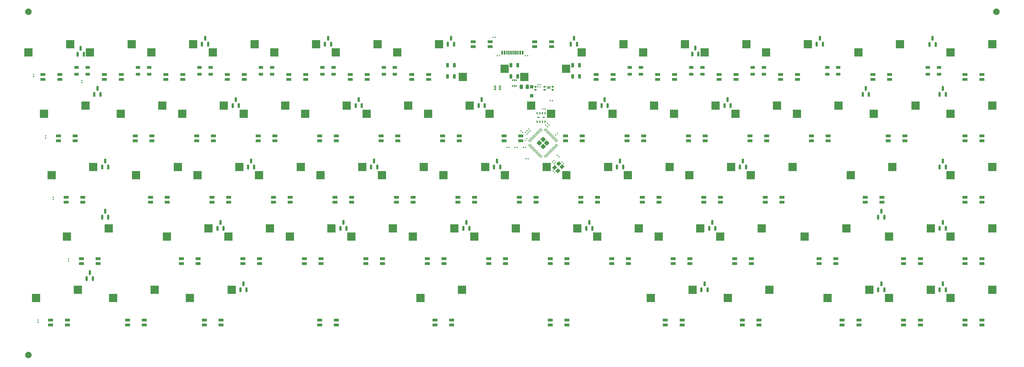
<source format=gbp>
G04 #@! TF.GenerationSoftware,KiCad,Pcbnew,(7.0.0)*
G04 #@! TF.CreationDate,2023-05-11T10:29:33-07:00*
G04 #@! TF.ProjectId,pcb-rails,7063622d-7261-4696-9c73-2e6b69636164,1.0*
G04 #@! TF.SameCoordinates,Original*
G04 #@! TF.FileFunction,Paste,Bot*
G04 #@! TF.FilePolarity,Positive*
%FSLAX46Y46*%
G04 Gerber Fmt 4.6, Leading zero omitted, Abs format (unit mm)*
G04 Created by KiCad (PCBNEW (7.0.0)) date 2023-05-11 10:29:33*
%MOMM*%
%LPD*%
G01*
G04 APERTURE LIST*
G04 Aperture macros list*
%AMRoundRect*
0 Rectangle with rounded corners*
0 $1 Rounding radius*
0 $2 $3 $4 $5 $6 $7 $8 $9 X,Y pos of 4 corners*
0 Add a 4 corners polygon primitive as box body*
4,1,4,$2,$3,$4,$5,$6,$7,$8,$9,$2,$3,0*
0 Add four circle primitives for the rounded corners*
1,1,$1+$1,$2,$3*
1,1,$1+$1,$4,$5*
1,1,$1+$1,$6,$7*
1,1,$1+$1,$8,$9*
0 Add four rect primitives between the rounded corners*
20,1,$1+$1,$2,$3,$4,$5,0*
20,1,$1+$1,$4,$5,$6,$7,0*
20,1,$1+$1,$6,$7,$8,$9,0*
20,1,$1+$1,$8,$9,$2,$3,0*%
%AMRotRect*
0 Rectangle, with rotation*
0 The origin of the aperture is its center*
0 $1 length*
0 $2 width*
0 $3 Rotation angle, in degrees counterclockwise*
0 Add horizontal line*
21,1,$1,$2,0,0,$3*%
G04 Aperture macros list end*
%ADD10C,0.010000*%
%ADD11RoundRect,0.082000X-0.718000X0.328000X-0.718000X-0.328000X0.718000X-0.328000X0.718000X0.328000X0*%
%ADD12R,2.550000X2.500000*%
%ADD13C,2.000000*%
%ADD14RoundRect,0.082000X0.718000X-0.328000X0.718000X0.328000X-0.718000X0.328000X-0.718000X-0.328000X0*%
%ADD15RoundRect,0.079500X0.079500X0.100500X-0.079500X0.100500X-0.079500X-0.100500X0.079500X-0.100500X0*%
%ADD16RoundRect,0.150000X0.150000X-0.587500X0.150000X0.587500X-0.150000X0.587500X-0.150000X-0.587500X0*%
%ADD17RoundRect,0.090000X0.560000X-0.360000X0.560000X0.360000X-0.560000X0.360000X-0.560000X-0.360000X0*%
%ADD18RotRect,1.150000X1.000000X45.000000*%
%ADD19RoundRect,0.079500X0.014849X-0.127279X0.127279X-0.014849X-0.014849X0.127279X-0.127279X0.014849X0*%
%ADD20RoundRect,0.079500X-0.100500X0.079500X-0.100500X-0.079500X0.100500X-0.079500X0.100500X0.079500X0*%
%ADD21R,0.375000X0.500000*%
%ADD22R,0.300000X0.650000*%
%ADD23RoundRect,0.079500X-0.127279X-0.014849X-0.014849X-0.127279X0.127279X0.014849X0.014849X0.127279X0*%
%ADD24RoundRect,0.079500X0.100500X-0.079500X0.100500X0.079500X-0.100500X0.079500X-0.100500X-0.079500X0*%
%ADD25R,0.400000X0.800000*%
%ADD26R,0.800000X0.350000*%
%ADD27R,0.600000X1.150000*%
%ADD28R,0.300000X1.150000*%
%ADD29RoundRect,0.079500X0.127279X0.014849X0.014849X0.127279X-0.127279X-0.014849X-0.014849X-0.127279X0*%
%ADD30RoundRect,0.249999X0.000000X0.558616X-0.558616X0.000000X0.000000X-0.558616X0.558616X0.000000X0*%
%ADD31RoundRect,0.050000X0.238649X0.309359X-0.309359X-0.238649X-0.238649X-0.309359X0.309359X0.238649X0*%
%ADD32RoundRect,0.050000X-0.238649X0.309359X-0.309359X0.238649X0.238649X-0.309359X0.309359X-0.238649X0*%
%ADD33RoundRect,0.079500X-0.079500X-0.100500X0.079500X-0.100500X0.079500X0.100500X-0.079500X0.100500X0*%
%ADD34RoundRect,0.090000X0.360000X0.560000X-0.360000X0.560000X-0.360000X-0.560000X0.360000X-0.560000X0*%
%ADD35RoundRect,0.140000X-0.170000X0.140000X-0.170000X-0.140000X0.170000X-0.140000X0.170000X0.140000X0*%
%ADD36RoundRect,0.079500X-0.014849X0.127279X-0.127279X0.014849X0.014849X-0.127279X0.127279X-0.014849X0*%
%ADD37R,0.700000X0.340000*%
%ADD38RoundRect,0.090000X-0.360000X-0.560000X0.360000X-0.560000X0.360000X0.560000X-0.360000X0.560000X0*%
%ADD39RoundRect,0.250000X0.300000X-0.300000X0.300000X0.300000X-0.300000X0.300000X-0.300000X-0.300000X0*%
%ADD40RoundRect,0.243750X-0.243750X-0.456250X0.243750X-0.456250X0.243750X0.456250X-0.243750X0.456250X0*%
G04 APERTURE END LIST*
G04 #@! TO.C,U8*
G36*
X164108663Y85461663D02*
G01*
X163767000Y85120001D01*
X163425337Y85461663D01*
X163767000Y85803326D01*
X164108663Y85461663D01*
G37*
D10*
X164108663Y85461663D02*
X163767000Y85120001D01*
X163425337Y85461663D01*
X163767000Y85803326D01*
X164108663Y85461663D01*
G36*
X164377000Y85030000D02*
G01*
X163952000Y85030000D01*
X163952000Y85060000D01*
X164197000Y85310000D01*
X164377000Y85310000D01*
X164377000Y85030000D01*
G37*
G36*
X164377000Y85610000D02*
G01*
X164197000Y85610000D01*
X163952000Y85860000D01*
X163952000Y85890000D01*
X164377000Y85890000D01*
X164377000Y85610000D01*
G37*
G36*
X163582000Y85060000D02*
G01*
X163582000Y85030000D01*
X163157000Y85030000D01*
X163157000Y85310000D01*
X163337000Y85310000D01*
X163582000Y85060000D01*
G37*
G36*
X163582000Y85860000D02*
G01*
X163337000Y85610000D01*
X163157000Y85610000D01*
X163157000Y85890000D01*
X163582000Y85890000D01*
X163582000Y85860000D01*
G37*
G04 #@! TD*
D11*
G04 #@! TO.C,D16*
X26099500Y89520001D03*
X26099500Y88020001D03*
X31299500Y88020001D03*
X31299500Y89520001D03*
G04 #@! TD*
D12*
G04 #@! TO.C,MX18*
X50189499Y77339999D03*
X63116499Y79879999D03*
G04 #@! TD*
G04 #@! TO.C,MX6*
X97814499Y96389999D03*
X110741499Y98929999D03*
G04 #@! TD*
G04 #@! TO.C,MX67*
X288314499Y20189999D03*
X301241499Y22729999D03*
G04 #@! TD*
D11*
G04 #@! TO.C,D65*
X145162000Y32370001D03*
X145162000Y30870001D03*
X150362000Y30870001D03*
X150362000Y32370001D03*
G04 #@! TD*
G04 #@! TO.C,D81*
X254699500Y13320001D03*
X254699500Y11820001D03*
X259899500Y11820001D03*
X259899500Y13320001D03*
G04 #@! TD*
G04 #@! TO.C,D72*
X292799500Y32370001D03*
X292799500Y30870001D03*
X297999500Y30870001D03*
X297999500Y32370001D03*
G04 #@! TD*
D12*
G04 #@! TO.C,MX59*
X4945749Y20189999D03*
X17872749Y22729999D03*
G04 #@! TD*
G04 #@! TO.C,MX36*
X112101999Y58289999D03*
X125028999Y60829999D03*
G04 #@! TD*
G04 #@! TO.C,MX2*
X21614499Y96389999D03*
X34541499Y98929999D03*
G04 #@! TD*
D11*
G04 #@! TO.C,D25*
X197549500Y89520001D03*
X197549500Y88020001D03*
X202749500Y88020001D03*
X202749500Y89520001D03*
G04 #@! TD*
G04 #@! TO.C,D17*
X45149500Y89520001D03*
X45149500Y88020001D03*
X50349500Y88020001D03*
X50349500Y89520001D03*
G04 #@! TD*
G04 #@! TO.C,D78*
X164212000Y13320001D03*
X164212000Y11820001D03*
X169412000Y11820001D03*
X169412000Y13320001D03*
G04 #@! TD*
G04 #@! TO.C,D71*
X273749500Y32370001D03*
X273749500Y30870001D03*
X278949500Y30870001D03*
X278949500Y32370001D03*
G04 #@! TD*
D12*
G04 #@! TO.C,MX60*
X28758249Y20189999D03*
X41685249Y22729999D03*
G04 #@! TD*
G04 #@! TO.C,MX58*
X288314499Y39239999D03*
X301241499Y41779999D03*
G04 #@! TD*
D11*
G04 #@! TO.C,D29*
X292799500Y89520001D03*
X292799500Y88020001D03*
X297999500Y88020001D03*
X297999500Y89520001D03*
G04 #@! TD*
G04 #@! TO.C,D48*
X78487000Y51420001D03*
X78487000Y49920001D03*
X83687000Y49920001D03*
X83687000Y51420001D03*
G04 #@! TD*
D12*
G04 #@! TO.C,MX20*
X88289499Y77339999D03*
X101216499Y79879999D03*
G04 #@! TD*
G04 #@! TO.C,MX40*
X188301999Y58289999D03*
X201228999Y60829999D03*
G04 #@! TD*
D11*
G04 #@! TO.C,D73*
X9430750Y13320001D03*
X9430750Y11820001D03*
X14630750Y11820001D03*
X14630750Y13320001D03*
G04 #@! TD*
G04 #@! TO.C,D67*
X183262000Y32370001D03*
X183262000Y30870001D03*
X188462000Y30870001D03*
X188462000Y32370001D03*
G04 #@! TD*
D12*
G04 #@! TO.C,MX28*
X240689499Y77339999D03*
X253616499Y79879999D03*
G04 #@! TD*
D11*
G04 #@! TO.C,D37*
X149924500Y70470001D03*
X149924500Y68970001D03*
X155124500Y68970001D03*
X155124500Y70470001D03*
G04 #@! TD*
D12*
G04 #@! TO.C,MX52*
X159726999Y39239999D03*
X172653999Y41779999D03*
G04 #@! TD*
D11*
G04 #@! TO.C,D28*
X264224500Y89520001D03*
X264224500Y88020001D03*
X269424500Y88020001D03*
X269424500Y89520001D03*
G04 #@! TD*
D12*
G04 #@! TO.C,MX8*
X150084499Y91309999D03*
X137157499Y88769999D03*
G04 #@! TD*
G04 #@! TO.C,MX12*
X212114499Y96389999D03*
X225041499Y98929999D03*
G04 #@! TD*
G04 #@! TO.C,MX46*
X45426999Y39239999D03*
X58353999Y41779999D03*
G04 #@! TD*
G04 #@! TO.C,MX38*
X150201999Y58289999D03*
X163128999Y60829999D03*
G04 #@! TD*
D13*
G04 #@! TO.C,REF\u002A\u002A*
X2500000Y2500000D03*
G04 #@! TD*
D11*
G04 #@! TO.C,D51*
X135637000Y51420001D03*
X135637000Y49920001D03*
X140837000Y49920001D03*
X140837000Y51420001D03*
G04 #@! TD*
G04 #@! TO.C,D38*
X168974500Y70470001D03*
X168974500Y68970001D03*
X174174500Y68970001D03*
X174174500Y70470001D03*
G04 #@! TD*
D12*
G04 #@! TO.C,MX29*
X264501999Y77339999D03*
X277428999Y79879999D03*
G04 #@! TD*
D11*
G04 #@! TO.C,D55*
X211837000Y51420001D03*
X211837000Y49920001D03*
X217037000Y49920001D03*
X217037000Y51420001D03*
G04 #@! TD*
G04 #@! TO.C,D76*
X92774500Y13320001D03*
X92774500Y11820001D03*
X97974500Y11820001D03*
X97974500Y13320001D03*
G04 #@! TD*
D12*
G04 #@! TO.C,MX33*
X54951999Y58289999D03*
X67878999Y60829999D03*
G04 #@! TD*
D11*
G04 #@! TO.C,D15*
X7049500Y89520001D03*
X7049500Y88020001D03*
X12249500Y88020001D03*
X12249500Y89520001D03*
G04 #@! TD*
D12*
G04 #@! TO.C,MX43*
X257358249Y58289999D03*
X270285249Y60829999D03*
G04 #@! TD*
D11*
G04 #@! TO.C,D74*
X33243250Y13320001D03*
X33243250Y11820001D03*
X38443250Y11820001D03*
X38443250Y13320001D03*
G04 #@! TD*
G04 #@! TO.C,D27*
X235649500Y89520001D03*
X235649500Y88020001D03*
X240849500Y88020001D03*
X240849500Y89520001D03*
G04 #@! TD*
D12*
G04 #@! TO.C,MX34*
X74001999Y58289999D03*
X86928999Y60829999D03*
G04 #@! TD*
G04 #@! TO.C,MX9*
X169134499Y91309999D03*
X156207499Y88769999D03*
G04 #@! TD*
D11*
G04 #@! TO.C,D58*
X292799500Y51420001D03*
X292799500Y49920001D03*
X297999500Y49920001D03*
X297999500Y51420001D03*
G04 #@! TD*
D12*
G04 #@! TO.C,MX64*
X219258249Y20189999D03*
X232185249Y22729999D03*
G04 #@! TD*
G04 #@! TO.C,MX62*
X124008249Y20189999D03*
X136935249Y22729999D03*
G04 #@! TD*
G04 #@! TO.C,MX1*
X2564499Y96389999D03*
X15491499Y98929999D03*
G04 #@! TD*
D11*
G04 #@! TO.C,D54*
X192787000Y51420001D03*
X192787000Y49920001D03*
X197987000Y49920001D03*
X197987000Y51420001D03*
G04 #@! TD*
D14*
G04 #@! TO.C,D22*
X145599500Y98179999D03*
X145599500Y99679999D03*
X140399500Y99679999D03*
X140399500Y98179999D03*
G04 #@! TD*
D12*
G04 #@! TO.C,MX54*
X197826999Y39239999D03*
X210753999Y41779999D03*
G04 #@! TD*
G04 #@! TO.C,MX48*
X83526999Y39239999D03*
X96453999Y41779999D03*
G04 #@! TD*
D11*
G04 #@! TO.C,D52*
X154687000Y51420001D03*
X154687000Y49920001D03*
X159887000Y49920001D03*
X159887000Y51420001D03*
G04 #@! TD*
D12*
G04 #@! TO.C,MX35*
X93051999Y58289999D03*
X105978999Y60829999D03*
G04 #@! TD*
D11*
G04 #@! TO.C,D40*
X207074500Y70470001D03*
X207074500Y68970001D03*
X212274500Y68970001D03*
X212274500Y70470001D03*
G04 #@! TD*
G04 #@! TO.C,D49*
X97537000Y51420001D03*
X97537000Y49920001D03*
X102737000Y49920001D03*
X102737000Y51420001D03*
G04 #@! TD*
D12*
G04 #@! TO.C,MX57*
X269264499Y39239999D03*
X282191499Y41779999D03*
G04 #@! TD*
D11*
G04 #@! TO.C,D33*
X73724500Y70470001D03*
X73724500Y68970001D03*
X78924500Y68970001D03*
X78924500Y70470001D03*
G04 #@! TD*
G04 #@! TO.C,D66*
X164212000Y32370001D03*
X164212000Y30870001D03*
X169412000Y30870001D03*
X169412000Y32370001D03*
G04 #@! TD*
G04 #@! TO.C,D64*
X126112000Y32370001D03*
X126112000Y30870001D03*
X131312000Y30870001D03*
X131312000Y32370001D03*
G04 #@! TD*
D12*
G04 #@! TO.C,MX39*
X169251999Y58289999D03*
X182178999Y60829999D03*
G04 #@! TD*
G04 #@! TO.C,MX21*
X107339499Y77339999D03*
X120266499Y79879999D03*
G04 #@! TD*
G04 #@! TO.C,MX23*
X145439499Y77339999D03*
X158366499Y79879999D03*
G04 #@! TD*
D11*
G04 #@! TO.C,D69*
X221362000Y32370001D03*
X221362000Y30870001D03*
X226562000Y30870001D03*
X226562000Y32370001D03*
G04 #@! TD*
D12*
G04 #@! TO.C,MX19*
X69239499Y77339999D03*
X82166499Y79879999D03*
G04 #@! TD*
D11*
G04 #@! TO.C,D19*
X83249500Y89520001D03*
X83249500Y88020001D03*
X88449500Y88020001D03*
X88449500Y89520001D03*
G04 #@! TD*
G04 #@! TO.C,D39*
X188024500Y70470001D03*
X188024500Y68970001D03*
X193224500Y68970001D03*
X193224500Y70470001D03*
G04 #@! TD*
G04 #@! TO.C,D77*
X128493250Y13320001D03*
X128493250Y11820001D03*
X133693250Y11820001D03*
X133693250Y13320001D03*
G04 #@! TD*
D14*
G04 #@! TO.C,D23*
X164649500Y98179999D03*
X164649500Y99679999D03*
X159449500Y99679999D03*
X159449500Y98179999D03*
G04 #@! TD*
D12*
G04 #@! TO.C,MX56*
X243070749Y39239999D03*
X255997749Y41779999D03*
G04 #@! TD*
D11*
G04 #@! TO.C,D53*
X173737000Y51420001D03*
X173737000Y49920001D03*
X178937000Y49920001D03*
X178937000Y51420001D03*
G04 #@! TD*
D12*
G04 #@! TO.C,MX44*
X288314499Y58289999D03*
X301241499Y60829999D03*
G04 #@! TD*
D11*
G04 #@! TO.C,D75*
X57055750Y13320001D03*
X57055750Y11820001D03*
X62255750Y11820001D03*
X62255750Y13320001D03*
G04 #@! TD*
G04 #@! TO.C,D60*
X49912000Y32370001D03*
X49912000Y30870001D03*
X55112000Y30870001D03*
X55112000Y32370001D03*
G04 #@! TD*
D12*
G04 #@! TO.C,MX7*
X116864499Y96389999D03*
X129791499Y98929999D03*
G04 #@! TD*
G04 #@! TO.C,MX17*
X31139499Y77339999D03*
X44066499Y79879999D03*
G04 #@! TD*
D11*
G04 #@! TO.C,D18*
X64199500Y89520001D03*
X64199500Y88020001D03*
X69399500Y88020001D03*
X69399500Y89520001D03*
G04 #@! TD*
D12*
G04 #@! TO.C,MX63*
X195445749Y20189999D03*
X208372749Y22729999D03*
G04 #@! TD*
G04 #@! TO.C,MX45*
X14470749Y39239999D03*
X27397749Y41779999D03*
G04 #@! TD*
G04 #@! TO.C,MX16*
X7326999Y77339999D03*
X20253999Y79879999D03*
G04 #@! TD*
D11*
G04 #@! TO.C,D24*
X178499500Y89520001D03*
X178499500Y88020001D03*
X183699500Y88020001D03*
X183699500Y89520001D03*
G04 #@! TD*
G04 #@! TO.C,D50*
X116587000Y51420001D03*
X116587000Y49920001D03*
X121787000Y49920001D03*
X121787000Y51420001D03*
G04 #@! TD*
G04 #@! TO.C,D47*
X59437000Y51420001D03*
X59437000Y49920001D03*
X64637000Y49920001D03*
X64637000Y51420001D03*
G04 #@! TD*
D12*
G04 #@! TO.C,MX55*
X216876999Y39239999D03*
X229803999Y41779999D03*
G04 #@! TD*
D11*
G04 #@! TO.C,D42*
X245174500Y70470001D03*
X245174500Y68970001D03*
X250374500Y68970001D03*
X250374500Y70470001D03*
G04 #@! TD*
G04 #@! TO.C,D44*
X292799500Y70470001D03*
X292799500Y68970001D03*
X297999500Y68970001D03*
X297999500Y70470001D03*
G04 #@! TD*
G04 #@! TO.C,D32*
X54674500Y70470001D03*
X54674500Y68970001D03*
X59874500Y68970001D03*
X59874500Y70470001D03*
G04 #@! TD*
G04 #@! TO.C,D36*
X130874500Y70470001D03*
X130874500Y68970001D03*
X136074500Y68970001D03*
X136074500Y70470001D03*
G04 #@! TD*
D12*
G04 #@! TO.C,MX42*
X226401999Y58289999D03*
X239328999Y60829999D03*
G04 #@! TD*
G04 #@! TO.C,MX26*
X202589499Y77339999D03*
X215516499Y79879999D03*
G04 #@! TD*
G04 #@! TO.C,MX5*
X78764499Y96389999D03*
X91691499Y98929999D03*
G04 #@! TD*
D11*
G04 #@! TO.C,D34*
X92774500Y70470001D03*
X92774500Y68970001D03*
X97974500Y68970001D03*
X97974500Y70470001D03*
G04 #@! TD*
G04 #@! TO.C,D56*
X230887000Y51420001D03*
X230887000Y49920001D03*
X236087000Y49920001D03*
X236087000Y51420001D03*
G04 #@! TD*
D12*
G04 #@! TO.C,MX49*
X102576999Y39239999D03*
X115503999Y41779999D03*
G04 #@! TD*
G04 #@! TO.C,MX53*
X178776999Y39239999D03*
X191703999Y41779999D03*
G04 #@! TD*
D11*
G04 #@! TO.C,D68*
X202312000Y32370001D03*
X202312000Y30870001D03*
X207512000Y30870001D03*
X207512000Y32370001D03*
G04 #@! TD*
D12*
G04 #@! TO.C,MX50*
X121626999Y39239999D03*
X134553999Y41779999D03*
G04 #@! TD*
D11*
G04 #@! TO.C,D61*
X68962000Y32370001D03*
X68962000Y30870001D03*
X74162000Y30870001D03*
X74162000Y32370001D03*
G04 #@! TD*
G04 #@! TO.C,D43*
X268987000Y70470001D03*
X268987000Y68970001D03*
X274187000Y68970001D03*
X274187000Y70470001D03*
G04 #@! TD*
G04 #@! TO.C,D57*
X261843250Y51420001D03*
X261843250Y49920001D03*
X267043250Y49920001D03*
X267043250Y51420001D03*
G04 #@! TD*
G04 #@! TO.C,D80*
X223743250Y13320001D03*
X223743250Y11820001D03*
X228943250Y11820001D03*
X228943250Y13320001D03*
G04 #@! TD*
D12*
G04 #@! TO.C,MX41*
X207351999Y58289999D03*
X220278999Y60829999D03*
G04 #@! TD*
D11*
G04 #@! TO.C,D26*
X216599500Y89520001D03*
X216599500Y88020001D03*
X221799500Y88020001D03*
X221799500Y89520001D03*
G04 #@! TD*
D12*
G04 #@! TO.C,MX11*
X193064499Y96389999D03*
X205991499Y98929999D03*
G04 #@! TD*
D11*
G04 #@! TO.C,D41*
X226124500Y70470001D03*
X226124500Y68970001D03*
X231324500Y68970001D03*
X231324500Y70470001D03*
G04 #@! TD*
D12*
G04 #@! TO.C,MX65*
X250214499Y20189999D03*
X263141499Y22729999D03*
G04 #@! TD*
D11*
G04 #@! TO.C,D31*
X35624500Y70470001D03*
X35624500Y68970001D03*
X40824500Y68970001D03*
X40824500Y70470001D03*
G04 #@! TD*
D13*
G04 #@! TO.C,REF\u002A\u002A*
X302549000Y109000000D03*
G04 #@! TD*
D12*
G04 #@! TO.C,MX24*
X164489499Y77339999D03*
X177416499Y79879999D03*
G04 #@! TD*
G04 #@! TO.C,MX14*
X259739499Y96389999D03*
X272666499Y98929999D03*
G04 #@! TD*
G04 #@! TO.C,MX4*
X59714499Y96389999D03*
X72641499Y98929999D03*
G04 #@! TD*
G04 #@! TO.C,MX13*
X231164499Y96389999D03*
X244091499Y98929999D03*
G04 #@! TD*
G04 #@! TO.C,MX3*
X40664499Y96389999D03*
X53591499Y98929999D03*
G04 #@! TD*
G04 #@! TO.C,MX66*
X269264499Y20189999D03*
X282191499Y22729999D03*
G04 #@! TD*
D11*
G04 #@! TO.C,D79*
X199930750Y13320001D03*
X199930750Y11820001D03*
X205130750Y11820001D03*
X205130750Y13320001D03*
G04 #@! TD*
D12*
G04 #@! TO.C,MX15*
X288314499Y96389999D03*
X301241499Y98929999D03*
G04 #@! TD*
D11*
G04 #@! TO.C,D63*
X107062000Y32370001D03*
X107062000Y30870001D03*
X112262000Y30870001D03*
X112262000Y32370001D03*
G04 #@! TD*
G04 #@! TO.C,D35*
X111824500Y70470001D03*
X111824500Y68970001D03*
X117024500Y68970001D03*
X117024500Y70470001D03*
G04 #@! TD*
D12*
G04 #@! TO.C,MX31*
X9708249Y58289999D03*
X22635249Y60829999D03*
G04 #@! TD*
D11*
G04 #@! TO.C,D62*
X88012000Y32370001D03*
X88012000Y30870001D03*
X93212000Y30870001D03*
X93212000Y32370001D03*
G04 #@! TD*
D12*
G04 #@! TO.C,MX27*
X221639499Y77339999D03*
X234566499Y79879999D03*
G04 #@! TD*
D11*
G04 #@! TO.C,D59*
X18955750Y32370001D03*
X18955750Y30870001D03*
X24155750Y30870001D03*
X24155750Y32370001D03*
G04 #@! TD*
D12*
G04 #@! TO.C,MX61*
X52570749Y20189999D03*
X65497749Y22729999D03*
G04 #@! TD*
G04 #@! TO.C,MX47*
X64476999Y39239999D03*
X77403999Y41779999D03*
G04 #@! TD*
G04 #@! TO.C,MX32*
X35901999Y58289999D03*
X48828999Y60829999D03*
G04 #@! TD*
G04 #@! TO.C,MX10*
X174014499Y96389999D03*
X186941499Y98929999D03*
G04 #@! TD*
D11*
G04 #@! TO.C,D20*
X102299500Y89520001D03*
X102299500Y88020001D03*
X107499500Y88020001D03*
X107499500Y89520001D03*
G04 #@! TD*
D13*
G04 #@! TO.C,REF\u002A\u002A*
X2500000Y109000000D03*
G04 #@! TD*
D12*
G04 #@! TO.C,MX51*
X140676999Y39239999D03*
X153603999Y41779999D03*
G04 #@! TD*
D11*
G04 #@! TO.C,D83*
X292799500Y13320001D03*
X292799500Y11820001D03*
X297999500Y11820001D03*
X297999500Y13320001D03*
G04 #@! TD*
D12*
G04 #@! TO.C,MX30*
X288314499Y77339999D03*
X301241499Y79879999D03*
G04 #@! TD*
D11*
G04 #@! TO.C,D82*
X273749500Y13320001D03*
X273749500Y11820001D03*
X278949500Y11820001D03*
X278949500Y13320001D03*
G04 #@! TD*
G04 #@! TO.C,D70*
X247555750Y32370001D03*
X247555750Y30870001D03*
X252755750Y30870001D03*
X252755750Y32370001D03*
G04 #@! TD*
D12*
G04 #@! TO.C,MX22*
X126389499Y77339999D03*
X139316499Y79879999D03*
G04 #@! TD*
D11*
G04 #@! TO.C,D45*
X14193250Y51420001D03*
X14193250Y49920001D03*
X19393250Y49920001D03*
X19393250Y51420001D03*
G04 #@! TD*
D12*
G04 #@! TO.C,MX37*
X131151999Y58289999D03*
X144078999Y60829999D03*
G04 #@! TD*
D11*
G04 #@! TO.C,D21*
X121349500Y89520001D03*
X121349500Y88020001D03*
X126549500Y88020001D03*
X126549500Y89520001D03*
G04 #@! TD*
G04 #@! TO.C,D46*
X40387000Y51420001D03*
X40387000Y49920001D03*
X45587000Y49920001D03*
X45587000Y51420001D03*
G04 #@! TD*
D12*
G04 #@! TO.C,MX25*
X183539499Y77339999D03*
X196466499Y79879999D03*
G04 #@! TD*
D11*
G04 #@! TO.C,D30*
X11812000Y70470001D03*
X11812000Y68970001D03*
X17012000Y68970001D03*
X17012000Y70470001D03*
G04 #@! TD*
D15*
G04 #@! TO.C,FB2*
X147212000Y101100000D03*
X146522000Y101100000D03*
G04 #@! TD*
D16*
G04 #@! TO.C,D108*
X62987000Y41782500D03*
X61087000Y41782500D03*
X62037000Y43657500D03*
G04 #@! TD*
D17*
G04 #@! TO.C,D6*
X112667000Y89650000D03*
X112667000Y91750000D03*
X116117000Y91750000D03*
X116117000Y89650000D03*
G04 #@! TD*
D16*
G04 #@! TO.C,D90*
X248727000Y98932500D03*
X246827000Y98932500D03*
X247777000Y100807500D03*
G04 #@! TD*
G04 #@! TO.C,D109*
X101087000Y41782500D03*
X99187000Y41782500D03*
X100137000Y43657500D03*
G04 #@! TD*
G04 #@! TO.C,D91*
X283687000Y98902500D03*
X281787000Y98902500D03*
X282737000Y100777500D03*
G04 #@! TD*
D18*
G04 #@! TO.C,Y2*
X165633306Y60666255D03*
X166870743Y61903692D03*
X167860692Y60913743D03*
X166623255Y59676306D03*
G04 #@! TD*
D17*
G04 #@! TO.C,D4*
X74577000Y89650000D03*
X74577000Y91750000D03*
X78027000Y91750000D03*
X78027000Y89650000D03*
G04 #@! TD*
D19*
G04 #@! TO.C,C32*
X163393048Y73326048D03*
X163880952Y73813952D03*
G04 #@! TD*
D20*
G04 #@! TO.C,C12*
X15017000Y32385000D03*
X15017000Y31695000D03*
G04 #@! TD*
D16*
G04 #@! TO.C,D92*
X24877000Y83382500D03*
X22977000Y83382500D03*
X23927000Y85257500D03*
G04 #@! TD*
D21*
G04 #@! TO.C,U2*
X153674499Y86029999D03*
D22*
X153136999Y85954999D03*
D21*
X152599499Y86029999D03*
X152599499Y87729999D03*
D22*
X153136999Y87804999D03*
D21*
X153674499Y87729999D03*
G04 #@! TD*
D15*
G04 #@! TO.C,C31*
X156622000Y66960000D03*
X155932000Y66960000D03*
G04 #@! TD*
D16*
G04 #@! TO.C,D84*
X19687000Y95832500D03*
X17787000Y95832500D03*
X18737000Y97707500D03*
G04 #@! TD*
G04 #@! TO.C,D104*
X186817000Y60832500D03*
X184917000Y60832500D03*
X185867000Y62707500D03*
G04 #@! TD*
D23*
G04 #@! TO.C,R2*
X157023048Y72083952D03*
X157510952Y71596048D03*
G04 #@! TD*
D24*
G04 #@! TO.C,FB1*
X160457000Y85755000D03*
X160457000Y86445000D03*
G04 #@! TD*
D15*
G04 #@! TO.C,C30*
X157402000Y63400000D03*
X156712000Y63400000D03*
G04 #@! TD*
D16*
G04 #@! TO.C,D110*
X139187000Y41782500D03*
X137287000Y41782500D03*
X138237000Y43657500D03*
G04 #@! TD*
G04 #@! TO.C,D88*
X172527000Y98922500D03*
X170627000Y98922500D03*
X171577000Y100797500D03*
G04 #@! TD*
G04 #@! TO.C,D116*
X70127000Y22732500D03*
X68227000Y22732500D03*
X69177000Y24607500D03*
G04 #@! TD*
G04 #@! TO.C,D107*
X27267000Y45292500D03*
X25367000Y45292500D03*
X26317000Y47167500D03*
G04 #@! TD*
D25*
G04 #@! TO.C,U1*
X162624999Y74929999D03*
X161824999Y74929999D03*
X161024999Y74929999D03*
X160224999Y74929999D03*
X160224999Y77529999D03*
X161024999Y77529999D03*
X161824999Y77529999D03*
X162624999Y77529999D03*
D26*
X162226999Y76229999D03*
X160626999Y76229999D03*
G04 #@! TD*
D17*
G04 #@! TO.C,D5*
X93627000Y89650000D03*
X93627000Y91750000D03*
X97077000Y91750000D03*
X97077000Y89650000D03*
G04 #@! TD*
G04 #@! TO.C,D2*
X36477000Y89650000D03*
X36477000Y91750000D03*
X39927000Y91750000D03*
X39927000Y89650000D03*
G04 #@! TD*
D16*
G04 #@! TO.C,D96*
X182047000Y79882500D03*
X180147000Y79882500D03*
X181097000Y81757500D03*
G04 #@! TD*
G04 #@! TO.C,D95*
X143947000Y79882500D03*
X142047000Y79882500D03*
X142997000Y81757500D03*
G04 #@! TD*
G04 #@! TO.C,D106*
X286827000Y60832500D03*
X284927000Y60832500D03*
X285877000Y62707500D03*
G04 #@! TD*
D20*
G04 #@! TO.C,C9*
X4177000Y89535000D03*
X4177000Y88845000D03*
G04 #@! TD*
D27*
G04 #@! TO.C,J2*
X149336999Y96344999D03*
X150136999Y96344999D03*
D28*
X151286999Y96344999D03*
X152286999Y96344999D03*
X152786999Y96344999D03*
X153786999Y96344999D03*
D27*
X154936999Y96344999D03*
X155736999Y96344999D03*
X155736999Y96344999D03*
X154936999Y96344999D03*
D28*
X154286999Y96344999D03*
X153286999Y96344999D03*
X151786999Y96344999D03*
X150786999Y96344999D03*
D27*
X150136999Y96344999D03*
X149336999Y96344999D03*
G04 #@! TD*
D16*
G04 #@! TO.C,D100*
X27267000Y60832500D03*
X25367000Y60832500D03*
X26317000Y62707500D03*
G04 #@! TD*
D29*
G04 #@! TO.C,C27*
X158020952Y72086048D03*
X157533048Y72573952D03*
G04 #@! TD*
D15*
G04 #@! TO.C,C1*
X162672000Y78890000D03*
X161982000Y78890000D03*
G04 #@! TD*
D20*
G04 #@! TO.C,C11*
X10267000Y51435000D03*
X10267000Y50745000D03*
G04 #@! TD*
D29*
G04 #@! TO.C,C33*
X155720952Y71506048D03*
X155233048Y71993952D03*
G04 #@! TD*
D30*
G04 #@! TO.C,U6*
X163168371Y68288629D03*
X162037000Y69420000D03*
X162037000Y67157258D03*
X160905629Y68288629D03*
D31*
X162629202Y72557786D03*
X162912045Y72274943D03*
X163194887Y71992101D03*
X163477730Y71709258D03*
X163760573Y71426415D03*
X164043415Y71143573D03*
X164326258Y70860730D03*
X164609101Y70577887D03*
X164891944Y70295044D03*
X165174786Y70012202D03*
X165457629Y69729359D03*
X165740472Y69446516D03*
X166023314Y69163674D03*
X166306157Y68880831D03*
D32*
X166306157Y67696427D03*
X166023314Y67413584D03*
X165740472Y67130742D03*
X165457629Y66847899D03*
X165174786Y66565056D03*
X164891944Y66282214D03*
X164609101Y65999371D03*
X164326258Y65716528D03*
X164043415Y65433685D03*
X163760573Y65150843D03*
X163477730Y64868000D03*
X163194887Y64585157D03*
X162912045Y64302315D03*
X162629202Y64019472D03*
D31*
X161444798Y64019472D03*
X161161955Y64302315D03*
X160879113Y64585157D03*
X160596270Y64868000D03*
X160313427Y65150843D03*
X160030585Y65433685D03*
X159747742Y65716528D03*
X159464899Y65999371D03*
X159182056Y66282214D03*
X158899214Y66565056D03*
X158616371Y66847899D03*
X158333528Y67130742D03*
X158050686Y67413584D03*
X157767843Y67696427D03*
D32*
X157767843Y68880831D03*
X158050686Y69163674D03*
X158333528Y69446516D03*
X158616371Y69729359D03*
X158899214Y70012202D03*
X159182056Y70295044D03*
X159464899Y70577887D03*
X159747742Y70860730D03*
X160030585Y71143573D03*
X160313427Y71426415D03*
X160596270Y71709258D03*
X160879113Y71992101D03*
X161161955Y72274943D03*
X161444798Y72557786D03*
G04 #@! TD*
D16*
G04 #@! TO.C,D117*
X213007000Y22732500D03*
X211107000Y22732500D03*
X212057000Y24607500D03*
G04 #@! TD*
D20*
G04 #@! TO.C,C13*
X5537000Y13345000D03*
X5537000Y12655000D03*
G04 #@! TD*
G04 #@! TO.C,C16*
X161157000Y86435000D03*
X161157000Y85745000D03*
G04 #@! TD*
D16*
G04 #@! TO.C,D102*
X110617000Y60832500D03*
X108717000Y60832500D03*
X109667000Y62707500D03*
G04 #@! TD*
G04 #@! TO.C,D113*
X267777000Y45282500D03*
X265877000Y45282500D03*
X266827000Y47157500D03*
G04 #@! TD*
G04 #@! TO.C,D114*
X286827000Y41782500D03*
X284927000Y41782500D03*
X285877000Y43657500D03*
G04 #@! TD*
D33*
G04 #@! TO.C,R4*
X156522000Y95400000D03*
X157212000Y95400000D03*
G04 #@! TD*
D16*
G04 #@! TO.C,D87*
X134427000Y98932500D03*
X132527000Y98932500D03*
X133477000Y100807500D03*
G04 #@! TD*
D33*
G04 #@! TO.C,C25*
X150842000Y66970000D03*
X151532000Y66970000D03*
G04 #@! TD*
D34*
G04 #@! TO.C,D9*
X173297000Y88950000D03*
X171197000Y88950000D03*
X171197000Y92400000D03*
X173297000Y92400000D03*
G04 #@! TD*
D19*
G04 #@! TO.C,R20*
X165443048Y61866048D03*
X165930952Y62353952D03*
G04 #@! TD*
D16*
G04 #@! TO.C,D86*
X96327000Y98932500D03*
X94427000Y98932500D03*
X95377000Y100807500D03*
G04 #@! TD*
D35*
G04 #@! TO.C,C40*
X165007000Y85770000D03*
X165007000Y84810000D03*
G04 #@! TD*
D16*
G04 #@! TO.C,D97*
X220147000Y79882500D03*
X218247000Y79882500D03*
X219197000Y81757500D03*
G04 #@! TD*
D29*
G04 #@! TO.C,C24*
X165630952Y59196048D03*
X165143048Y59683952D03*
G04 #@! TD*
D16*
G04 #@! TO.C,D85*
X58227000Y98922500D03*
X56327000Y98922500D03*
X57277000Y100797500D03*
G04 #@! TD*
D36*
G04 #@! TO.C,C35*
X165460952Y62833952D03*
X164973048Y62346048D03*
G04 #@! TD*
D19*
G04 #@! TO.C,C28*
X165933048Y70756048D03*
X166420952Y71243952D03*
G04 #@! TD*
D34*
G04 #@! TO.C,D8*
X154197000Y88940000D03*
X152097000Y88940000D03*
X152097000Y92390000D03*
X154197000Y92390000D03*
G04 #@! TD*
D23*
G04 #@! TO.C,C23*
X167853048Y62383952D03*
X168340952Y61896048D03*
G04 #@! TD*
D17*
G04 #@! TO.C,D10*
X188877000Y89650000D03*
X188877000Y91750000D03*
X192327000Y91750000D03*
X192327000Y89650000D03*
G04 #@! TD*
D16*
G04 #@! TO.C,D98*
X263007000Y83382500D03*
X261107000Y83382500D03*
X262057000Y85257500D03*
G04 #@! TD*
D23*
G04 #@! TO.C,R1*
X156563048Y71593952D03*
X157050952Y71106048D03*
G04 #@! TD*
D15*
G04 #@! TO.C,C34*
X154022000Y66980000D03*
X153332000Y66980000D03*
G04 #@! TD*
D16*
G04 #@! TO.C,D94*
X105847000Y79882500D03*
X103947000Y79882500D03*
X104897000Y81757500D03*
G04 #@! TD*
D37*
G04 #@! TO.C,U7*
X147136999Y84919999D03*
X147136999Y85419999D03*
X147136999Y85919999D03*
X148636999Y85919999D03*
X148636999Y85419999D03*
X148636999Y84919999D03*
G04 #@! TD*
D15*
G04 #@! TO.C,R3*
X148552000Y95400000D03*
X147862000Y95400000D03*
G04 #@! TD*
D19*
G04 #@! TO.C,C26*
X156493048Y69146048D03*
X156980952Y69633952D03*
G04 #@! TD*
D33*
G04 #@! TO.C,R5*
X164242000Y81440000D03*
X164932000Y81440000D03*
G04 #@! TD*
D17*
G04 #@! TO.C,D13*
X250067000Y89630000D03*
X250067000Y91730000D03*
X253517000Y91730000D03*
X253517000Y89630000D03*
G04 #@! TD*
D16*
G04 #@! TO.C,D111*
X177287000Y41782500D03*
X175387000Y41782500D03*
X176337000Y43657500D03*
G04 #@! TD*
D35*
G04 #@! TO.C,C15*
X159637000Y85780000D03*
X159637000Y84820000D03*
G04 #@! TD*
D38*
G04 #@! TO.C,D7*
X132437000Y92440000D03*
X134537000Y92440000D03*
X134537000Y88990000D03*
X132437000Y88990000D03*
G04 #@! TD*
D39*
G04 #@! TO.C,D120*
X158467000Y82970000D03*
X158467000Y85770000D03*
G04 #@! TD*
D40*
G04 #@! TO.C,F1*
X155289500Y85770000D03*
X157164500Y85770000D03*
G04 #@! TD*
D16*
G04 #@! TO.C,D89*
X210167000Y95862500D03*
X208267000Y95862500D03*
X209217000Y97737500D03*
G04 #@! TD*
D17*
G04 #@! TO.C,D1*
X17427000Y89650000D03*
X17427000Y91750000D03*
X20877000Y91750000D03*
X20877000Y89650000D03*
G04 #@! TD*
G04 #@! TO.C,D3*
X55527000Y89650000D03*
X55527000Y91750000D03*
X58977000Y91750000D03*
X58977000Y89650000D03*
G04 #@! TD*
D16*
G04 #@! TO.C,D112*
X215387000Y41782500D03*
X213487000Y41782500D03*
X214437000Y43657500D03*
G04 #@! TD*
D19*
G04 #@! TO.C,R17*
X162893048Y73826048D03*
X163380952Y74313952D03*
G04 #@! TD*
D16*
G04 #@! TO.C,D103*
X148717000Y60832500D03*
X146817000Y60832500D03*
X147767000Y62707500D03*
G04 #@! TD*
D17*
G04 #@! TO.C,D11*
X207927000Y89650000D03*
X207927000Y91750000D03*
X211377000Y91750000D03*
X211377000Y89650000D03*
G04 #@! TD*
D20*
G04 #@! TO.C,C10*
X7867000Y70495000D03*
X7867000Y69805000D03*
G04 #@! TD*
D16*
G04 #@! TO.C,D119*
X286827000Y22732500D03*
X284927000Y22732500D03*
X285877000Y24607500D03*
G04 #@! TD*
D17*
G04 #@! TO.C,D12*
X226987000Y89650000D03*
X226987000Y91750000D03*
X230437000Y91750000D03*
X230437000Y89650000D03*
G04 #@! TD*
D20*
G04 #@! TO.C,C14*
X19157000Y87675000D03*
X19157000Y86985000D03*
G04 #@! TD*
D16*
G04 #@! TO.C,D115*
X22507000Y26222500D03*
X20607000Y26222500D03*
X21557000Y28097500D03*
G04 #@! TD*
G04 #@! TO.C,D101*
X72507000Y60832500D03*
X70607000Y60832500D03*
X71557000Y62707500D03*
G04 #@! TD*
G04 #@! TO.C,D105*
X224917000Y60832500D03*
X223017000Y60832500D03*
X223967000Y62707500D03*
G04 #@! TD*
G04 #@! TO.C,D93*
X67747000Y79882500D03*
X65847000Y79882500D03*
X66797000Y81757500D03*
G04 #@! TD*
D17*
G04 #@! TO.C,D14*
X281247000Y89640000D03*
X281247000Y91740000D03*
X284697000Y91740000D03*
X284697000Y89640000D03*
G04 #@! TD*
D16*
G04 #@! TO.C,D118*
X267777000Y22732500D03*
X265877000Y22732500D03*
X266827000Y24607500D03*
G04 #@! TD*
D23*
G04 #@! TO.C,C29*
X166483048Y64453952D03*
X166970952Y63966048D03*
G04 #@! TD*
D16*
G04 #@! TO.C,D99*
X286827000Y83382500D03*
X284927000Y83382500D03*
X285877000Y85257500D03*
G04 #@! TD*
D35*
G04 #@! TO.C,C39*
X162457000Y85780000D03*
X162457000Y84820000D03*
G04 #@! TD*
M02*

</source>
